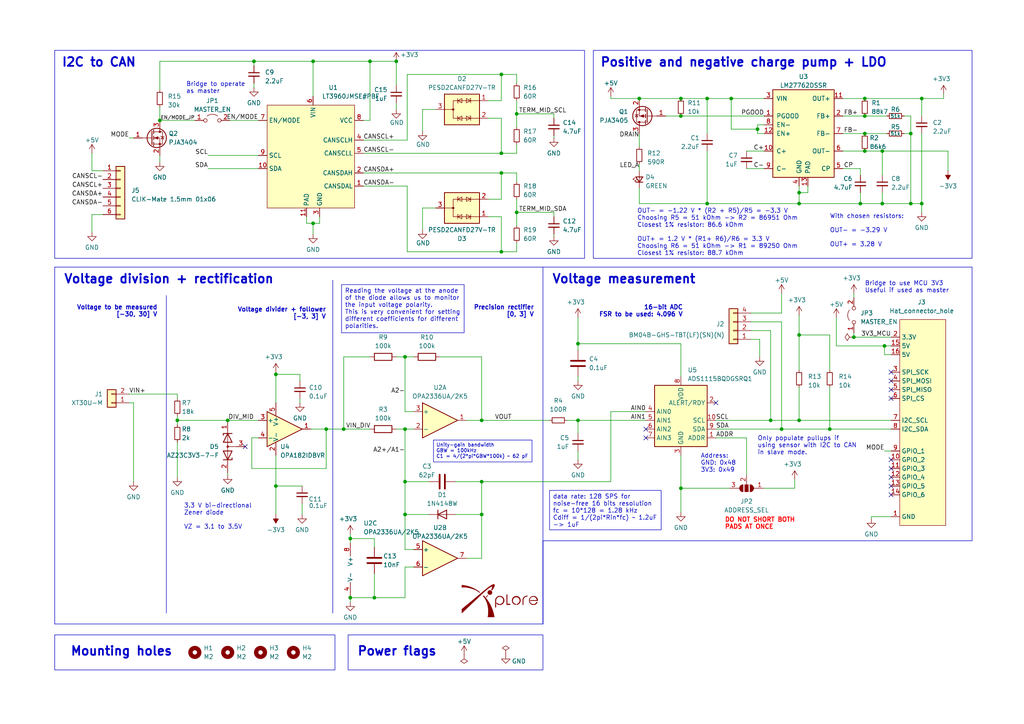
<source format=kicad_sch>
(kicad_sch (version 20230121) (generator eeschema)
  (paper "A4")
  (title_block (title "30 V Voltmeter Hat") (date "2023-07-13") (rev "3") (company "EPFL Xplore") (comment 1 "Nominal input differential voltage: -30 to 30 V") (comment 2 "Absolute maximum ratings: -33 to 33 V") (comment 3 "Theoretical resolution: 0.625 mV") (comment 4 "Author: Vincent Nguyen"))
  (junction (at 231.775 55.88))
  (junction (at 231.775 121.92))
  (junction (at 80.01 108.585))
  (junction (at 255.905 59.055))
  (junction (at 240.665 124.46))
  (junction (at 117.475 139.7))
  (junction (at 226.695 124.46))
  (junction (at 139.7 139.7))
  (junction (at 149.86 61.595))
  (junction (at 250.825 33.655))
  (junction (at 145.415 21.59))
  (junction (at 249.555 59.055))
  (junction (at 250.825 28.575))
  (junction (at 267.335 28.575))
  (junction (at 73.66 17.78))
  (junction (at 117.475 124.46))
  (junction (at 231.775 59.055))
  (junction (at 139.7 149.225))
  (junction (at 90.805 17.78))
  (junction (at 212.09 28.575))
  (junction (at 205.105 59.055))
  (junction (at 145.415 44.45))
  (junction (at 145.415 50.165))
  (junction (at 107.315 17.78))
  (junction (at 250.825 43.815))
  (junction (at 219.71 37.465))
  (junction (at 94.615 124.46))
  (junction (at 66.04 121.92))
  (junction (at 223.52 121.92))
  (junction (at 101.6 156.21))
  (junction (at 247.65 97.79))
  (junction (at 167.64 99.695))
  (junction (at 256.54 100.33))
  (junction (at 197.485 28.575))
  (junction (at 264.16 38.735))
  (junction (at 145.415 73.025))
  (junction (at 267.335 59.055))
  (junction (at 197.485 141.605))
  (junction (at 117.475 149.225))
  (junction (at 46.355 34.925))
  (junction (at 99.695 124.46))
  (junction (at 90.805 64.77))
  (junction (at 205.105 28.575))
  (junction (at 51.435 121.92))
  (junction (at 101.6 173.355))
  (junction (at 185.42 28.575))
  (junction (at 139.7 121.92))
  (junction (at 197.485 33.655))
  (junction (at 117.475 103.505))
  (junction (at 255.905 43.815))
  (junction (at 80.01 140.97))
  (junction (at 114.935 17.78))
  (junction (at 264.16 59.055))
  (junction (at 149.86 33.02))
  (junction (at 167.64 121.92))
  (junction (at 250.825 38.735))
  (junction (at 108.585 173.355))
  (junction (at 231.775 97.155))
  (no_connect (at 258.445 113.03))
  (no_connect (at 258.445 110.49))
  (no_connect (at 258.445 107.95))
  (no_connect (at 258.445 115.57))
  (no_connect (at 258.445 135.89))
  (no_connect (at 258.445 133.35))
  (no_connect (at 258.445 138.43))
  (no_connect (at 258.445 143.51))
  (no_connect (at 258.445 140.97))
  (no_connect (at 187.325 124.46))
  (no_connect (at 207.645 116.84))
  (no_connect (at 71.12 129.54))
  (no_connect (at 187.325 127))
  (wire (pts (xy 197.485 132.08) (xy 197.485 141.605)))
  (wire (pts (xy 249.555 55.88) (xy 249.555 59.055)))
  (wire (pts (xy 135.255 121.92) (xy 139.7 121.92)))
  (wire (pts (xy 122.555 60.325) (xy 126.365 60.325)))
  (wire (pts (xy 231.775 97.155) (xy 231.775 91.44)))
  (wire (pts (xy 80.01 107.95) (xy 80.01 108.585)))
  (wire (pts (xy 240.665 97.155) (xy 231.775 97.155)))
  (wire (pts (xy 101.6 173.355) (xy 101.6 172.72)))
  (wire (pts (xy 216.535 48.895) (xy 221.615 48.895)))
  (wire (pts (xy 107.315 34.925) (xy 105.41 34.925)))
  (wire (pts (xy 80.01 140.97) (xy 80.01 149.225)))
  (wire (pts (xy 99.695 124.46) (xy 107.315 124.46)))
  (wire (pts (xy 220.345 98.425) (xy 217.805 98.425)))
  (wire (pts (xy 117.475 149.225) (xy 117.475 139.7)))
  (wire (pts (xy 108.585 156.21) (xy 101.6 156.21)))
  (wire (pts (xy 51.435 121.92) (xy 66.04 121.92)))
  (wire (pts (xy 258.445 102.87) (xy 256.54 102.87)))
  (wire (pts (xy 247.65 97.79) (xy 258.445 97.79)))
  (wire (pts (xy 230.505 141.605) (xy 221.615 141.605)))
  (wire (pts (xy 205.105 43.815) (xy 205.105 59.055)))
  (wire (pts (xy 250.825 43.815) (xy 255.905 43.815)))
  (wire (pts (xy 149.86 21.59) (xy 145.415 21.59)))
  (wire (pts (xy 122.555 66.675) (xy 122.555 60.325)))
  (wire (pts (xy 247.65 97.79) (xy 247.65 96.52)))
  (wire (pts (xy 114.935 17.78) (xy 114.935 24.765)))
  (wire (pts (xy 107.315 103.505) (xy 99.695 103.505)))
  (wire (pts (xy 177.165 139.7) (xy 139.7 139.7)))
  (wire (pts (xy 139.7 161.925) (xy 139.7 149.225)))
  (wire (pts (xy 250.825 38.735) (xy 257.175 38.735)))
  (wire (pts (xy 117.475 139.7) (xy 124.46 139.7)))
  (wire (pts (xy 167.64 121.92) (xy 187.325 121.92)))
  (wire (pts (xy 234.315 55.88) (xy 231.775 55.88)))
  (wire (pts (xy 141.605 34.29) (xy 145.415 34.29)))
  (wire (pts (xy 139.7 149.225) (xy 132.08 149.225)))
  (wire (pts (xy 149.86 70.485) (xy 149.86 73.025)))
  (wire (pts (xy 255.905 43.815) (xy 274.955 43.815)))
  (wire (pts (xy 264.16 59.055) (xy 255.905 59.055)))
  (wire (pts (xy 117.475 124.46) (xy 117.475 139.7)))
  (wire (pts (xy 139.7 139.7) (xy 132.08 139.7)))
  (wire (pts (xy 231.775 55.88) (xy 231.775 59.055)))
  (wire (pts (xy 114.935 17.78) (xy 107.315 17.78)))
  (wire (pts (xy 252.73 150.495) (xy 252.73 149.86)))
  (wire (pts (xy 231.775 59.055) (xy 249.555 59.055)))
  (wire (pts (xy 74.93 127) (xy 73.025 127)))
  (wire (pts (xy 234.315 53.975) (xy 234.315 55.88)))
  (wire (pts (xy 118.11 21.59) (xy 145.415 21.59)))
  (wire (pts (xy 80.01 108.585) (xy 86.995 108.585)))
  (wire (pts (xy 219.71 37.465) (xy 212.09 37.465)))
  (wire (pts (xy 185.42 54.61) (xy 185.42 59.055)))
  (polyline (pts (xy 15.875 180.975) (xy 157.48 180.975)))
  (wire (pts (xy 205.105 59.055) (xy 231.775 59.055)))
  (wire (pts (xy 117.475 164.465) (xy 120.015 164.465)))
  (wire (pts (xy 249.555 50.8) (xy 249.555 48.895)))
  (polyline (pts (xy 157.48 77.47) (xy 157.48 180.975)))
  (wire (pts (xy 197.485 141.605) (xy 211.455 141.605)))
  (wire (pts (xy 185.42 49.53) (xy 185.42 47.625)))
  (wire (pts (xy 160.655 67.945) (xy 160.655 68.58)))
  (wire (pts (xy 38.735 116.84) (xy 38.735 139.7)))
  (wire (pts (xy 120.015 119.38) (xy 117.475 119.38)))
  (wire (pts (xy 267.335 59.055) (xy 267.335 61.595)))
  (wire (pts (xy 108.585 158.75) (xy 108.585 156.21)))
  (polyline (pts (xy 281.94 77.47) (xy 15.875 77.47)))
  (wire (pts (xy 167.64 109.22) (xy 167.64 110.49)))
  (wire (pts (xy 149.86 29.21) (xy 149.86 33.02)))
  (wire (pts (xy 149.86 57.785) (xy 149.86 61.595)))
  (wire (pts (xy 177.165 119.38) (xy 187.325 119.38)))
  (wire (pts (xy 160.655 39.37) (xy 160.655 40.005)))
  (wire (pts (xy 114.935 124.46) (xy 117.475 124.46)))
  (wire (pts (xy 51.435 114.3) (xy 51.435 115.57)))
  (wire (pts (xy 231.775 121.92) (xy 258.445 121.92)))
  (wire (pts (xy 105.41 50.165) (xy 145.415 50.165)))
  (wire (pts (xy 244.475 38.735) (xy 250.825 38.735)))
  (wire (pts (xy 141.605 29.21) (xy 145.415 29.21)))
  (wire (pts (xy 141.605 62.865) (xy 145.415 62.865)))
  (wire (pts (xy 177.165 119.38) (xy 177.165 139.7)))
  (wire (pts (xy 139.7 121.92) (xy 159.385 121.92)))
  (wire (pts (xy 226.695 124.46) (xy 240.665 124.46)))
  (wire (pts (xy 99.695 103.505) (xy 99.695 124.46)))
  (wire (pts (xy 242.57 100.33) (xy 256.54 100.33)))
  (wire (pts (xy 46.355 17.78) (xy 46.355 26.035)))
  (wire (pts (xy 167.64 99.695) (xy 167.64 101.6)))
  (wire (pts (xy 145.415 57.785) (xy 145.415 50.165)))
  (wire (pts (xy 80.01 132.08) (xy 80.01 140.97)))
  (wire (pts (xy 167.64 130.81) (xy 167.64 133.35)))
  (wire (pts (xy 114.935 103.505) (xy 117.475 103.505)))
  (wire (pts (xy 80.01 140.97) (xy 87.63 140.97)))
  (wire (pts (xy 73.025 127) (xy 73.025 135.89)))
  (wire (pts (xy 90.805 17.78) (xy 90.805 27.94)))
  (wire (pts (xy 207.645 124.46) (xy 226.695 124.46)))
  (wire (pts (xy 185.42 59.055) (xy 205.105 59.055)))
  (wire (pts (xy 94.615 124.46) (xy 94.615 135.89)))
  (wire (pts (xy 101.6 174.625) (xy 101.6 173.355)))
  (wire (pts (xy 223.52 95.885) (xy 223.52 121.92)))
  (wire (pts (xy 226.695 85.09) (xy 226.695 90.805)))
  (wire (pts (xy 197.485 33.655) (xy 221.615 33.655)))
  (wire (pts (xy 274.955 43.815) (xy 274.955 49.53)))
  (wire (pts (xy 262.255 38.735) (xy 264.16 38.735)))
  (wire (pts (xy 255.905 55.88) (xy 255.905 59.055)))
  (wire (pts (xy 26.67 62.23) (xy 29.845 62.23)))
  (wire (pts (xy 149.86 50.165) (xy 145.415 50.165)))
  (wire (pts (xy 141.605 57.785) (xy 145.415 57.785)))
  (wire (pts (xy 231.775 53.975) (xy 231.775 55.88)))
  (polyline (pts (xy 15.875 77.47) (xy 15.875 180.975)))
  (wire (pts (xy 244.475 48.895) (xy 249.555 48.895)))
  (wire (pts (xy 101.6 156.21) (xy 101.6 157.48)))
  (wire (pts (xy 257.175 33.655) (xy 250.825 33.655)))
  (wire (pts (xy 219.71 38.735) (xy 221.615 38.735)))
  (wire (pts (xy 149.86 33.02) (xy 160.655 33.02)))
  (wire (pts (xy 90.805 67.945) (xy 90.805 64.77)))
  (wire (pts (xy 264.16 33.655) (xy 264.16 38.735)))
  (wire (pts (xy 160.655 61.595) (xy 160.655 62.865)))
  (wire (pts (xy 256.54 130.81) (xy 258.445 130.81)))
  (wire (pts (xy 94.615 124.46) (xy 99.695 124.46)))
  (wire (pts (xy 226.695 93.345) (xy 226.695 124.46)))
  (wire (pts (xy 117.475 173.355) (xy 117.475 164.465)))
  (wire (pts (xy 149.86 73.025) (xy 145.415 73.025)))
  (wire (pts (xy 90.17 124.46) (xy 94.615 124.46)))
  (wire (pts (xy 240.665 112.395) (xy 240.665 124.46)))
  (wire (pts (xy 231.775 107.315) (xy 231.775 97.155)))
  (wire (pts (xy 73.66 17.78) (xy 46.355 17.78)))
  (wire (pts (xy 73.66 17.78) (xy 90.805 17.78)))
  (wire (pts (xy 216.535 137.795) (xy 216.535 127)))
  (wire (pts (xy 244.475 33.655) (xy 250.825 33.655)))
  (wire (pts (xy 220.345 103.505) (xy 220.345 98.425)))
  (wire (pts (xy 101.6 173.355) (xy 108.585 173.355)))
  (wire (pts (xy 267.335 28.575) (xy 267.335 33.655)))
  (polyline (pts (xy 157.48 156.845) (xy 281.94 156.845)))
  (wire (pts (xy 46.355 34.925) (xy 56.515 34.925)))
  (wire (pts (xy 105.41 40.64) (xy 118.11 40.64)))
  (wire (pts (xy 66.04 121.92) (xy 74.93 121.92)))
  (wire (pts (xy 117.475 124.46) (xy 120.015 124.46)))
  (wire (pts (xy 219.71 36.195) (xy 221.615 36.195)))
  (wire (pts (xy 231.775 112.395) (xy 231.775 121.92)))
  (wire (pts (xy 105.41 44.45) (xy 145.415 44.45)))
  (wire (pts (xy 60.325 48.895) (xy 74.93 48.895)))
  (wire (pts (xy 101.6 154.94) (xy 101.6 156.21)))
  (wire (pts (xy 135.255 161.925) (xy 139.7 161.925)))
  (wire (pts (xy 255.905 43.815) (xy 255.905 50.8)))
  (wire (pts (xy 118.11 40.64) (xy 118.11 21.59)))
  (wire (pts (xy 86.995 108.585) (xy 86.995 110.49)))
  (wire (pts (xy 149.86 44.45) (xy 145.415 44.45)))
  (wire (pts (xy 26.67 67.31) (xy 26.67 62.23)))
  (wire (pts (xy 108.585 173.355) (xy 117.475 173.355)))
  (wire (pts (xy 264.16 38.735) (xy 264.16 59.055)))
  (wire (pts (xy 90.805 64.77) (xy 88.9 64.77)))
  (wire (pts (xy 51.435 121.92) (xy 51.435 120.65)))
  (wire (pts (xy 255.905 59.055) (xy 249.555 59.055)))
  (wire (pts (xy 247.65 85.09) (xy 247.65 86.36)))
  (wire (pts (xy 120.015 159.385) (xy 117.475 159.385)))
  (wire (pts (xy 167.64 99.695) (xy 197.485 99.695)))
  (wire (pts (xy 90.805 64.77) (xy 92.71 64.77)))
  (wire (pts (xy 86.995 116.84) (xy 86.995 115.57)))
  (polyline (pts (xy 48.26 85.725) (xy 48.26 177.8)))
  (wire (pts (xy 139.7 149.225) (xy 139.7 139.7)))
  (wire (pts (xy 26.67 44.45) (xy 26.67 49.53)))
  (wire (pts (xy 145.415 34.29) (xy 145.415 44.45)))
  (wire (pts (xy 177.165 27.94) (xy 177.165 28.575)))
  (wire (pts (xy 244.475 28.575) (xy 250.825 28.575)))
  (wire (pts (xy 256.54 100.33) (xy 258.445 100.33)))
  (wire (pts (xy 267.335 28.575) (xy 273.685 28.575)))
  (wire (pts (xy 118.11 73.025) (xy 118.11 53.975)))
  (wire (pts (xy 205.105 28.575) (xy 205.105 38.735)))
  (wire (pts (xy 262.255 33.655) (xy 264.16 33.655)))
  (wire (pts (xy 177.165 28.575) (xy 185.42 28.575)))
  (wire (pts (xy 267.335 38.735) (xy 267.335 59.055)))
  (wire (pts (xy 51.435 121.92) (xy 51.435 123.19)))
  (wire (pts (xy 185.42 38.735) (xy 185.42 42.545)))
  (wire (pts (xy 73.025 135.89) (xy 94.615 135.89)))
  (wire (pts (xy 60.325 45.085) (xy 74.93 45.085)))
  (wire (pts (xy 117.475 159.385) (xy 117.475 149.225)))
  (wire (pts (xy 167.64 121.92) (xy 167.64 125.73)))
  (wire (pts (xy 252.73 149.86) (xy 258.445 149.86)))
  (wire (pts (xy 88.9 64.77) (xy 88.9 62.865)))
  (wire (pts (xy 46.355 34.925) (xy 46.355 31.115)))
  (wire (pts (xy 87.63 146.05) (xy 87.63 149.225)))
  (wire (pts (xy 149.86 41.91) (xy 149.86 44.45)))
  (wire (pts (xy 207.645 127) (xy 216.535 127)))
  (wire (pts (xy 127.635 103.505) (xy 139.7 103.505)))
  (wire (pts (xy 66.675 34.925) (xy 74.93 34.925)))
  (wire (pts (xy 122.555 31.75) (xy 126.365 31.75)))
  (wire (pts (xy 197.485 99.695) (xy 197.485 109.22)))
  (wire (pts (xy 107.315 34.925) (xy 107.315 17.78)))
  (wire (pts (xy 167.64 92.075) (xy 167.64 99.695)))
  (wire (pts (xy 149.86 61.595) (xy 149.86 65.405)))
  (wire (pts (xy 66.04 137.795) (xy 66.04 137.16)))
  (wire (pts (xy 217.805 95.885) (xy 223.52 95.885)))
  (wire (pts (xy 37.465 40.005) (xy 38.735 40.005)))
  (wire (pts (xy 230.505 139.065) (xy 230.505 141.605)))
  (wire (pts (xy 216.535 43.815) (xy 221.615 43.815)))
  (wire (pts (xy 108.585 173.355) (xy 108.585 166.37)))
  (wire (pts (xy 240.665 124.46) (xy 258.445 124.46)))
  (wire (pts (xy 90.805 17.78) (xy 107.315 17.78)))
  (wire (pts (xy 92.71 62.865) (xy 92.71 64.77)))
  (wire (pts (xy 37.465 114.3) (xy 51.435 114.3)))
  (polyline (pts (xy 157.48 180.975) (xy 157.48 156.845)))
  (wire (pts (xy 250.825 28.575) (xy 267.335 28.575)))
  (wire (pts (xy 114.935 31.75) (xy 114.935 29.845)))
  (wire (pts (xy 223.52 121.92) (xy 231.775 121.92)))
  (wire (pts (xy 139.7 103.505) (xy 139.7 121.92)))
  (wire (pts (xy 217.805 93.345) (xy 226.695 93.345)))
  (wire (pts (xy 264.16 59.055) (xy 267.335 59.055)))
  (wire (pts (xy 149.86 52.705) (xy 149.86 50.165)))
  (wire (pts (xy 212.09 28.575) (xy 221.615 28.575)))
  (wire (pts (xy 122.555 38.1) (xy 122.555 31.75)))
  (wire (pts (xy 80.01 108.585) (xy 80.01 116.84)))
  (wire (pts (xy 149.86 24.13) (xy 149.86 21.59)))
  (wire (pts (xy 118.11 53.975) (xy 105.41 53.975)))
  (wire (pts (xy 51.435 128.27) (xy 51.435 138.43)))
  (wire (pts (xy 240.665 107.315) (xy 240.665 97.155)))
  (wire (pts (xy 117.475 103.505) (xy 117.475 119.38)))
  (wire (pts (xy 207.645 121.92) (xy 223.52 121.92)))
  (wire (pts (xy 26.67 49.53) (xy 29.845 49.53)))
  (wire (pts (xy 256.54 102.87) (xy 256.54 100.33)))
  (wire (pts (xy 73.66 19.05) (xy 73.66 17.78)))
  (wire (pts (xy 244.475 43.815) (xy 250.825 43.815)))
  (wire (pts (xy 242.57 92.075) (xy 242.57 100.33)))
  (wire (pts (xy 197.485 28.575) (xy 205.105 28.575)))
  (wire (pts (xy 117.475 149.225) (xy 124.46 149.225)))
  (wire (pts (xy 185.42 28.575) (xy 197.485 28.575)))
  (wire (pts (xy 219.71 36.195) (xy 219.71 37.465)))
  (wire (pts (xy 149.86 33.02) (xy 149.86 36.83)))
  (wire (pts (xy 197.485 141.605) (xy 197.485 148.59)))
  (wire (pts (xy 205.105 28.575) (xy 212.09 28.575)))
  (wire (pts (xy 46.355 46.99) (xy 46.355 45.085)))
  (polyline (pts (xy 96.52 81.28) (xy 96.52 177.8)))
  (wire (pts (xy 164.465 121.92) (xy 167.64 121.92)))
  (wire (pts (xy 38.735 116.84) (xy 37.465 116.84)))
  (wire (pts (xy 145.415 29.21) (xy 145.415 21.59)))
  (wire (pts (xy 273.685 28.575) (xy 273.685 27.305)))
  (wire (pts (xy 219.71 37.465) (xy 219.71 38.735)))
  (wire (pts (xy 73.66 25.4) (xy 73.66 24.13)))
  (wire (pts (xy 145.415 73.025) (xy 118.11 73.025)))
  (wire (pts (xy 145.415 62.865) (xy 145.415 73.025)))
  (wire (pts (xy 193.04 33.655) (xy 197.485 33.655)))
  (wire (pts (xy 160.655 33.02) (xy 160.655 34.29)))
  (wire (pts (xy 226.695 90.805) (xy 217.805 90.805)))
  (wire (pts (xy 212.09 37.465) (xy 212.09 28.575)))
  (wire (pts (xy 117.475 103.505) (xy 120.015 103.505)))
  (polyline (pts (xy 281.94 156.845) (xy 281.94 77.47)))
  (wire (pts (xy 149.86 61.595) (xy 160.655 61.595)))
  (rectangle (start 15.875 184.15) (end 97.155 194.31))
  (rectangle (start 100.965 184.15) (end 157.48 194.31))
  (rectangle (start 15.875 14.605) (end 169.545 74.93))
  (rectangle (start 172.085 14.605) (end 281.94 74.93))
  (text_box "Unity-gain bandwidth \nGBW = 100kHz\nC1 = 4/(2*pi*GBW*100k) ~ 62 pF" (at 125.73 127.635 0) (size 28.575 6.35) (effects (font (size 1.016 1.016)) (justify left top)))
  (text_box "Reading the voltage at the anode of the diode allows us to monitor the input voltage polarity.\nThis is very convenient for setting different coefficients for different polarities." (at 99.06 82.55 0) (size 35.56 13.97) (effects (font (size 1.27 1.27)) (justify left top)))
  (text_box "data rate: 128 SPS for noise-free 16 bits resolution\nfc = 10*128 = 1.28 kHz\nCdiff = 1/(2pi*Rin*fc) ~ 1.2uF -> 1uF " (at 159.385 142.24 0) (size 32.385 11.43) (effects (font (size 1.27 1.27)) (justify left top)))
  (text "Voltage divider + follower\n[-3, 3] V" (at 94.615 92.71 0) (effects (font (size 1.27 1.27) (thickness 0.254) bold) (justify right bottom)))
  (text "16-bit ADC\nFSR to be used: 4.096 V" (at 198.12 92.075 0) (effects (font (size 1.27 1.27) (thickness 0.254) bold) (justify right bottom)))
  (text "I2C to CAN" (at 17.78 19.685 0) (effects (font (size 2.54 2.54) (thickness 0.508) bold) (justify left bottom)))
  (text "DO NOT SHORT BOTH \nPADS AT ONCE" (at 210.185 153.67 0) (effects (font (size 1.27 1.27) (thickness 0.254) bold) (justify left bottom)))
  (text "Voltage measurement" (at 160.02 82.55 0) (effects (font (size 2.54 2.54) (thickness 0.508) bold) (justify left bottom)))
  (text "Address:\nGND: 0x48\n3V3: 0x49" (at 203.2 137.16 0) (effects (font (size 1.27 1.27)) (justify left bottom)))
  (text "Voltage to be measured\n[-30, 30] V" (at 45.72 92.075 0) (effects (font (size 1.27 1.27) (thickness 0.254) bold) (justify right bottom)))
  (text "With chosen resistors:\n\nOUT- = -3.29 V\n\nOUT+ = 3.28 V\n" (at 240.665 71.755 0) (effects (font (size 1.27 1.27)) (justify left bottom)))
  (text "Precision rectifier\n[0, 3] V" (at 154.94 92.075 0) (effects (font (size 1.27 1.27) (thickness 0.254) bold) (justify right bottom)))
  (text "Bridge to use MCU 3V3\nUseful if used as master" (at 250.825 85.09 0) (effects (font (size 1.27 1.27)) (justify left bottom)))
  (text "Mounting holes" (at 20.32 190.5 0) (effects (font (size 2.54 2.54) (thickness 0.508) bold) (justify left bottom)))
  (text "3.3 V bi-directional \nZener diode\n\nVZ = 3.1 to 3.5V" (at 53.34 153.67 0) (effects (font (size 1.27 1.27)) (justify left bottom)))
  (text "Positive and negative charge pump + LDO" (at 173.99 19.685 0) (effects (font (size 2.54 2.54) (thickness 0.508) bold) (justify left bottom)))
  (text "Power flags" (at 103.505 190.5 0) (effects (font (size 2.54 2.54) (thickness 0.508) bold) (justify left bottom)))
  (text "OUT- = -1.22 V * (R2 + R5)/R5 = -3.3 V\nChoosing R5 = 51 kOhm -> R2 = 86951 Ohm\nClosest 1% resistor: 86.6 kOhm\n\nOUT+ = 1.2 V * (R1+ R6)/R6 = 3.3 V\nChoosing R6 = 51 kOhm -> R1 = 89250 Ohm\nClosest 1% resistor: 88.7 kOhm\n" (at 184.785 74.295 0) (effects (font (size 1.27 1.27)) (justify left bottom)))
  (text "Voltage division + rectification" (at 18.415 82.55 0) (effects (font (size 2.54 2.54) (thickness 0.508) bold) (justify left bottom)))
  (text "Bridge to operate \nas master" (at 53.975 27.305 0) (effects (font (size 1.27 1.27)) (justify left bottom)))
  (text "Only populate pullups if \nusing sensor with I2C to CAN \nin slave mode." (at 219.71 132.08 0) (effects (font (size 1.27 1.27)) (justify left bottom)))
  (label "TERM_MID_SCL" (at 150.495 33.02 0))
  (label "CANSCL-" (at 105.41 44.45 0))
  (label "FB+" (at 244.729 33.655 0))
  (label "FB-" (at 244.729 38.735 0))
  (label "DIV_MID" (at 73.66 121.92 180))
  (label "SDA" (at 207.645 124.46 0))
  (label "CANSDA+" (at 29.845 57.15 180))
  (label "MODE" (at 37.465 40.005 180))
  (label "VOUT" (at 143.51 121.92 0))
  (label "AIN0" (at 187.325 119.38 180))
  (label "MODE" (at 256.54 130.81 180))
  (label "CANSDA-" (at 29.845 59.69 180))
  (label "VIN+" (at 37.465 114.3 0))
  (label "EN{slash}MODE_JP" (at 56.515 34.925 180) (effects (font (size 1.016 1.016))))
  (label "CP" (at 244.729 48.895 0))
  (label "EN{slash}MODE" (at 74.93 34.925 180))
  (label "VIN_DIV" (at 100.33 124.46 0))
  (label "PGOOD" (at 221.615 33.655 180))
  (label "C-" (at 221.615 48.895 180))
  (label "A2+{slash}A1-" (at 117.475 131.445 180))
  (label "CANSCL+" (at 105.41 40.64 0))
  (label "LED_A" (at 185.42 48.895 180))
  (label "C+" (at 221.615 43.815 180))
  (label "ADDR" (at 207.645 127 0))
  (label "A2-" (at 117.475 114.3 180))
  (label "3V3_MCU" (at 258.445 97.79 180))
  (label "CANSCL-" (at 29.845 52.07 180))
  (label "TERM_MID_SDA" (at 150.495 61.595 0))
  (label "SCL" (at 60.325 45.085 180))
  (label "CANSCL+" (at 29.845 54.61 180))
  (label "CANSDA+" (at 105.41 50.165 0))
  (label "DRAIN" (at 185.42 40.005 180))
  (label "AIN1" (at 187.325 121.92 180))
  (label "CANSDA-" (at 105.41 53.975 0))
  (label "SDA" (at 60.325 48.895 180))
  (label "SCL" (at 207.645 121.92 0))
  (symbol (lib_id "0_transistor:PJA3404") (at 43.815 40.005 0) (unit 1)
    (property "Reference" "Q2" (at 48.895 38.735 0) (effects (justify left)))
    (property "Value" "PJA3404" (at 48.895 41.275 0) (effects (justify left)))
    (property "Footprint" "Package_TO_SOT_SMD:SOT-23" (effects hide))
    (property "Datasheet" "https://www.panjit.com.tw/upload/datasheet/PJA3404A.pdf" (effects hide))
    (property "Manufacturer ref" "PJA3404_R1_00001" (effects hide))
    (property "Mouser ref" "241-PJA3404_R1_00001" (effects hide))
  )
  (symbol (lib_id "Mechanical:MountingHole") (at 75.565 189.23 0) (unit 1) (in_bom no)
    (property "Reference" "H3" (at 78.105 187.9599 0) (effects (justify left)))
    (property "Value" "M2" (at 78.105 190.4999 0) (effects (justify left)))
    (property "Footprint" "MountingHole:MountingHole_2.2mm_M2" (effects hide))
  )
  (symbol (lib_id "power:+3V3") (at 101.6 154.94 0) (unit 1)
    (property "Reference" "#PWR019" (effects hide))
    (property "Value" "+3V3" (at 100.965 150.495 0))
  )
  (symbol (lib_id "Device:D_Zener_Dual_CommonAnode_KKA") (at 66.04 129.54 90) (mirror x) (unit 1)
    (property "Reference" "D5" (at 63.5 129.54 90) (effects (justify left)))
    (property "Value" "AZ23C3V3-7-F" (at 63.5 132.08 90) (effects (justify left)))
    (property "Footprint" "Package_TO_SOT_SMD:SOT-23" (effects hide))
    (property "Datasheet" "https://www.mouser.ch/datasheet/2/115/DIOD_S_A0005424665_1-2542537.pdf" (effects hide))
    (property "Manufacturer ref" "AZ23C3V3-7-F" (effects hide))
    (property "Mouser ref" "621-AZ23C3V3-7-F" (effects hide))
  )
  (symbol (lib_id "Device:R_Small") (at 46.355 28.575 0) (unit 1)
    (property "Reference" "R15" (at 48.641 27.94 0) (effects (justify left)))
    (property "Value" "30k" (at 48.641 30.48 0) (effects (justify left)))
    (property "Footprint" "Resistor_SMD:R_0603_1608Metric" (effects hide))
    (property "Datasheet" "https://www.mouser.ch/datasheet/2/447/PYu_AC_51_RoHS_L_9-3005297.pdf" (effects hide))
    (property "Mouser ref" "603-AC0603FR-1030KL" (effects hide))
    (property "Manufacturer ref" "AC0603FR-1030KL" (effects hide))
  )
  (symbol (lib_id "power:GND") (at 86.995 116.84 0) (unit 1)
    (property "Reference" "#PWR031" (effects hide))
    (property "Value" "GND" (at 86.995 121.285 0))
  )
  (symbol (lib_id "Jumper:Jumper_2_Open") (at 61.595 34.925 0) (unit 1) (in_bom no)
    (property "Reference" "JP1" (at 61.595 29.21 0))
    (property "Value" "MASTER_EN" (at 61.595 31.75 0))
    (property "Footprint" "Jumper:SolderJumper-2_P1.3mm_Open_RoundedPad1.0x1.5mm" (effects hide))
  )
  (symbol (lib_id "Device:C_Small") (at 114.935 27.305 0) (mirror y) (unit 1)
    (property "Reference" "C15" (at 112.395 26.035 0) (effects (justify left)))
    (property "Value" "1uF" (at 112.395 28.575 0) (effects (justify left)))
    (property "Footprint" "Capacitor_SMD:C_0402_1005Metric" (effects hide))
    (property "Datasheet" "https://www.mouser.ch/datasheet/2/281/1/GRM155Z71A105KE01_01A-1984538.pdf" (effects hide))
    (property "Mouser ref" "81-GRM155Z71A105KE1J" (effects hide))
    (property "Manufacturer ref" "GRM155Z71A105KE01J" (effects hide))
  )
  (symbol (lib_id "Device:R_Small") (at 231.775 109.855 0) (unit 1)
    (property "Reference" "R13" (at 234.315 109.22 0) (effects (justify left)))
    (property "Value" "10k" (at 234.315 111.76 0) (effects (justify left)))
    (property "Footprint" "Resistor_SMD:R_0603_1608Metric" (effects hide))
    (property "Datasheet" "https://www.mouser.ch/datasheet/2/385/SEI_rncp-3077653.pdf" (effects hide))
    (property "Mouser ref" "708-RNCP0603FTD10K0" (effects hide))
    (property "Manufacturer ref" "RNCP0603FTD10K0" (effects hide))
  )
  (symbol (lib_id "Device:C_Small") (at 205.105 41.275 0) (unit 1)
    (property "Reference" "C1" (at 202.946 40.005 0) (effects (justify right)))
    (property "Value" "2.2uF" (at 202.946 42.545 0) (effects (justify right)))
    (property "Footprint" "Capacitor_SMD:C_0402_1005Metric" (effects hide))
    (property "Datasheet" "https://www.mouser.ch/datasheet/2/281/1/GRM155Z71A225KE44_01A-1984599.pdf" (effects hide))
    (property "Mouser ref" "81-GRM155Z71A225KE4D" (effects hide))
    (property "Manufacturer ref" "GRM155Z71A225KE44D" (effects hide))
  )
  (symbol (lib_id "Device:R_Small") (at 51.435 118.11 0) (unit 1)
    (property "Reference" "R7" (at 52.705 116.84 0) (effects (justify left)))
    (property "Value" "18k" (at 52.705 119.38 0) (effects (justify left)))
    (property "Footprint" "Resistor_SMD:R_0603_1608Metric" (effects hide))
    (property "Datasheet" "https://www.mouser.ch/datasheet/2/392/n_catalog_partition01_en-1140338.pdf" (effects hide))
    (property "Mouser ref" "754-RG1608N-183-WT1" (effects hide))
    (property "Manufacturer ref" "RG1608N-183-W-T1" (effects hide))
  )
  (symbol (lib_id "Connector_Generic:Conn_01x02") (at 32.385 116.84 180) (unit 1)
    (property "Reference" "J1" (at 29.845 114.3 0) (effects (justify left)))
    (property "Value" "XT30U-M" (at 29.845 116.84 0) (effects (justify left)))
    (property "Footprint" "Connector_AMASS:AMASS_XT30U-M_1x02_P5.0mm_Vertical" (effects hide))
    (property "Datasheet" "https://www.tme.eu/Document/7d9d972ae3468777f69ec2ee99897652/XT30U-M.pdf" (effects hide))
    (property "Manufacturer ref" "XT30U-M" (effects hide))
    (property "TME ref" "XT30U-M" (effects hide))
  )
  (symbol (lib_id "power:GND") (at 252.73 150.495 0) (unit 1)
    (property "Reference" "#PWR022" (effects hide))
    (property "Value" "GND" (at 252.73 154.94 0))
  )
  (symbol (lib_id "power:+3V3") (at 80.01 107.95 0) (unit 1)
    (property "Reference" "#PWR013" (effects hide))
    (property "Value" "+3V3" (at 79.375 103.505 0))
  )
  (symbol (lib_id "power:+3V3") (at 247.65 85.09 0) (unit 1)
    (property "Reference" "#PWR03" (effects hide))
    (property "Value" "+3V3" (at 247.015 80.645 0))
  )
  (symbol (lib_id "Device:C_Small") (at 86.995 113.03 0) (unit 1)
    (property "Reference" "C10" (at 89.5747 112.4013 0) (effects (justify left)))
    (property "Value" "0.1uF" (at 89.5747 114.9413 0) (effects (justify left)))
    (property "Footprint" "Capacitor_SMD:C_0603_1608Metric" (effects hide))
    (property "Datasheet" "https://www.mouser.ch/datasheet/2/40/KGM_X7R-3223212.pdf" (effects hide))
    (property "Mouser ref" "581-06035C104JAT2A" (effects hide))
    (property "Manufacturer ref" "06035C104JAT2A" (effects hide))
  )
  (symbol (lib_id "power:+3V3") (at 231.775 91.44 0) (unit 1)
    (property "Reference" "#PWR01" (effects hide))
    (property "Value" "+3V3" (at 231.14 86.995 0))
  )
  (symbol (lib_id "Device:R_Small") (at 51.435 125.73 0) (unit 1)
    (property "Reference" "R8" (at 52.705 124.46 0) (effects (justify left)))
    (property "Value" "2k" (at 52.705 127 0) (effects (justify left)))
    (property "Footprint" "Resistor_SMD:R_0603_1608Metric" (effects hide))
    (property "Datasheet" "https://www.mouser.ch/datasheet/2/315/AOA0000C307-1149632.pdf" (effects hide))
    (property "Mouser ref" "667-ERA-3ARW202V" (effects hide))
    (property "Manufacturer ref" "ERA-3ARW202V" (effects hide))
  )
  (symbol (lib_id "Diode:1N4148W") (at 128.27 149.225 0) (unit 1)
    (property "Reference" "D1" (at 128.27 143.51 0))
    (property "Value" "1N4148W" (at 128.27 146.05 0))
    (property "Footprint" "Diode_SMD:D_SOD-123" (effects hide))
    (property "Datasheet" "https://www.mouser.ch/datasheet/2/849/1n4148w-2839814.pdf" (effects hide))
    (property "Manufacturer ref" "1N4148W" (effects hide))
    (property "Mouser ref" "637-1N4148W" (effects hide))
  )
  (symbol (lib_id "0_amplifier_operational:OPA2336") (at 104.14 165.1 0) (unit 3)
    (property "Reference" "U2" (at 105.41 151.765 0) (effects (justify left)))
    (property "Value" "OPA2336UA/2K5" (at 105.41 154.305 0) (effects (justify left)))
    (property "Footprint" "Package_SO:SOIC-8_3.9x4.9mm_P1.27mm" (effects hide))
    (property "Datasheet" "https://www.ti.com/lit/ds/sbos068c/sbos068c.pdf" (effects hide))
    (property "Mouser ref" "595-OPA2336UA/2K5" (effects hide))
    (property "Manufacturer ref" "OPA2336UA/2K5" (effects hide))
  )
  (symbol (lib_id "Device:R") (at 123.825 103.505 90) (unit 1)
    (property "Reference" "R10" (at 123.825 97.79 90))
    (property "Value" "100k" (at 123.825 100.33 90))
    (property "Footprint" "Resistor_SMD:R_0603_1608Metric" (effects hide))
    (property "Datasheet" "https://www.mouser.ch/datasheet/2/315/AOA0000C307-1149632.pdf" (effects hide))
    (property "Manufacturer ref" "ERA-3ARW104V" (effects hide))
    (property "Mouser ref" "667-ERA-3ARW104V" (effects hide))
  )
  (symbol (lib_id "power:+3V3") (at 230.505 139.065 0) (unit 1)
    (property "Reference" "#PWR04" (effects hide))
    (property "Value" "+3V3" (at 229.87 134.62 0))
  )
  (symbol (lib_id "power:+5V") (at 26.67 44.45 0) (unit 1)
    (property "Reference" "#PWR028" (effects hide))
    (property "Value" "+5V" (at 26.67 40.64 0))
  )
  (symbol (lib_id "Device:R_Small") (at 149.86 26.67 0) (unit 1)
    (property "Reference" "R16" (at 151.765 25.3999 0) (effects (justify left)))
    (property "Value" "60R" (at 151.765 27.9399 0) (effects (justify left)))
    (property "Footprint" "Resistor_SMD:R_0603_1608Metric" (effects hide))
    (property "Datasheet" "https://www.vishay.com/docs/20043/crcwhpe3.pdf" (effects hide))
    (property "Manufacturer ref" "CRCW060360R4FKEAHP" (effects hide))
    (property "Mouser ref" "71-CRCW060360R4FKEAH" (effects hide))
  )
  (symbol (lib_id "power:GND") (at 114.935 31.75 0) (unit 1)
    (property "Reference" "#PWR011" (effects hide))
    (property "Value" "GND" (at 113.03 35.56 0) (effects (justify left)))
  )
  (symbol (lib_id "Device:R_Small") (at 259.715 33.655 90) (unit 1)
    (property "Reference" "R6" (at 259.715 31.75 90))
    (property "Value" "51k" (at 259.715 33.655 90) (effects (font (size 1.016 1.016))))
    (property "Footprint" "Resistor_SMD:R_0402_1005Metric" (effects hide))
    (property "Datasheet" "https://www.mouser.ch/datasheet/2/447/PYu_RT_1_to_0_01_RoHS_L_12-3003070.pdf" (effects hide))
    (property "Mouser ref" "603-RT0402FRE0751KL" (effects hide))
    (property "Manufacturer ref" "RT0402FRE0751KL" (effects hide))
  )
  (symbol (lib_id "0_connectors:Hat_connector_hole") (at 267.335 127 0) (unit 1)
    (property "Reference" "J3" (at 267.335 87.63 0))
    (property "Value" "Hat_connector_hole" (at 267.335 90.17 0))
    (property "Footprint" "0_connectors:Hat_connector_hole" (effects hide))
  )
  (symbol (lib_id "Device:R_Small") (at 161.925 121.92 90) (unit 1)
    (property "Reference" "R4" (at 161.925 116.205 90))
    (property "Value" "100R" (at 161.925 118.745 90))
    (property "Footprint" "Resistor_SMD:R_0603_1608Metric" (effects hide))
    (property "Datasheet" "https://www.mouser.ch/datasheet/2/385/SEI_RMCF_RMCP-3077565.pdf" (effects hide))
    (property "Mouser ref" "708-RMCF0603FT100R" (effects hide))
    (property "Manufacturer ref" "RMCF0603FT100R" (effects hide))
  )
  (symbol (lib_id "power:+5V") (at 242.57 92.075 0) (unit 1)
    (property "Reference" "#PWR0108" (effects hide))
    (property "Value" "+5V" (at 242.57 88.265 0))
  )
  (symbol (lib_id "Connector_Generic:Conn_01x04") (at 212.725 95.885 180) (unit 1)
    (property "Reference" "J2" (at 208.915 93.98 0))
    (property "Value" "BM04B-GHS-TBT(LF)(SN)(N)" (at 210.185 97.155 0) (effects (justify left)))
    (property "Footprint" "Connector_JST:JST_GH_BM04B-GHS-TBT_1x04-1MP_P1.25mm_Vertical" (effects hide))
    (property "Datasheet" "https://www.jst-mfg.com/product/pdf/eng/eGH.pdf" (effects hide))
    (property "Digikey ref" "455-1580-1-ND" (effects hide))
    (property "Manufacturer ref" "BM04B-GHS-TBT(LF)(SN)(N)" (effects hide))
  )
  (symbol (lib_name "GND_2") (lib_id "power:GND") (at 38.735 139.7 0) (unit 1)
    (property "Reference" "#PWR034" (effects hide))
    (property "Value" "GND" (at 38.735 144.145 0))
  )
  (symbol (lib_id "power:GND") (at 160.655 68.58 0) (unit 1)
    (property "Reference" "#PWR025" (effects hide))
    (property "Value" "GND" (at 160.655 73.025 0))
  )
  (symbol (lib_id "power:GND") (at 167.64 110.49 0) (unit 1)
    (property "Reference" "#PWR012" (effects hide))
    (property "Value" "GND" (at 167.64 114.935 0))
  )
  (symbol (lib_id "0_amplifier_operational:OPA2336") (at 127.635 161.925 0) (unit 2)
    (property "Reference" "U2" (at 127.635 153.035 0))
    (property "Value" "OPA2336UA/2K5" (at 127.635 155.575 0))
    (property "Footprint" "Package_SO:SOIC-8_3.9x4.9mm_P1.27mm" (effects hide))
    (property "Datasheet" "https://www.ti.com/lit/ds/sbos068c/sbos068c.pdf" (effects hide))
    (property "Mouser ref" "595-OPA2336UA/2K5" (effects hide))
    (property "Manufacturer ref" "OPA2336UA/2K5" (effects hide))
  )
  (symbol (lib_id "power:GND") (at 26.67 67.31 0) (unit 1)
    (property "Reference" "#PWR027" (effects hide))
    (property "Value" "GND" (at 26.67 71.755 0))
  )
  (symbol (lib_id "Device:C_Small") (at 167.64 128.27 0) (mirror y) (unit 1)
    (property "Reference" "C5" (at 165.1 127 0) (effects (justify left)))
    (property "Value" "1uF" (at 165.1 129.54 0) (effects (justify left)))
    (property "Footprint" "Capacitor_SMD:C_0402_1005Metric" (effects hide))
    (property "Datasheet" "https://www.mouser.ch/datasheet/2/281/1/GRM155Z71A105KE01_01A-1984538.pdf" (effects hide))
    (property "Mouser ref" "81-GRM155Z71A105KE1J" (effects hide))
    (property "Manufacturer ref" "GRM155Z71A105KE01J" (effects hide))
  )
  (symbol (lib_id "Device:C") (at 108.585 162.56 0) (unit 1)
    (property "Reference" "C13" (at 111.125 161.29 0) (effects (justify left)))
    (property "Value" "10nF" (at 111.125 163.83 0) (effects (justify left)))
    (property "Footprint" "Capacitor_SMD:C_0603_1608Metric" (effects hide))
    (property "Datasheet" "https://www.mouser.ch/datasheet/2/212/1/KEM_C1014_X7R_FE_CAP_SMD-1102761.pdf" (effects hide))
    (property "Mouser ref" "80-C0603S103K5R" (effects hide))
    (property "Manufacturer ref" "C0603S103K5RACTU" (effects hide))
  )
  (symbol (lib_id "Device:LED_Small") (at 185.42 52.07 90) (unit 1)
    (property "Reference" "D4" (at 187.198 51.3715 90) (effects (justify right)))
    (property "Value" "GREEN" (at 187.198 53.9115 90) (effects (justify right)))
    (property "Footprint" "LED_SMD:LED_0603_1608Metric" (effects hide))
    (property "Datasheet" "https://www.mouser.ch/datasheet/2/50/SM0603GC-3001655.pdf" (effects hide))
    (property "Mouser ref" "749-SM0603GC" (effects hide))
    (property "Manufacturer ref" "SM0603GC" (effects hide))
  )
  (symbol (lib_id "power:GND") (at 87.63 149.225 0) (unit 1)
    (property "Reference" "#PWR030" (effects hide))
    (property "Value" "GND" (at 87.63 153.67 0))
  )
  (symbol (lib_name "PESD2CANFD27V-TR_1") (lib_id "0_power_protection:PESD2CANFD27V-TR") (at 134.62 31.75 270) (mirror x) (unit 1)
    (property "Reference" "D2" (at 133.985 22.86 90))
    (property "Value" "PESD2CANFD27V-TR" (at 133.985 25.4 90))
    (property "Footprint" "Package_TO_SOT_SMD:SOT-23" (effects hide))
    (property "Datasheet" "https://www.mouser.ch/datasheet/2/916/PESD2CANFD27V_T-2585511.pdf" (effects hide))
    (property "Manufacturer ref" "PESD2CANFD27V-TR" (effects hide))
    (property "Mouser ref" "771-PESD2CANFD27V-TR" (effects hide))
  )
  (symbol (lib_id "Connector_Generic:Conn_01x06") (at 34.925 54.61 0) (unit 1)
    (property "Reference" "J5" (at 38.1 55.245 0) (effects (justify left)))
    (property "Value" "CLIK-Mate 1.5mm 01x06" (at 38.1 57.785 0) (effects (justify left)))
    (property "Footprint" "Connector_Molex:Molex_CLIK-Mate_505405-0670_1x06-1MP_P1.50mm_Vertical" (effects hide))
    (property "Datasheet" "https://tools.molex.com/pdm_docs/sd/5025840670_sd.pdf" (effects hide))
    (property "Manufacturer ref" "502584-0670" (effects hide))
    (property "Mouser ref" "538-502584-0670" (effects hide))
  )
  (symbol (lib_id "Jumper:Jumper_2_Open") (at 247.65 91.44 90) (unit 1) (in_bom no)
    (property "Reference" "JP3" (at 249.555 90.805 90) (effects (justify right)))
    (property "Value" "MASTER_EN" (at 249.555 93.345 90) (effects (justify right)))
    (property "Footprint" "Jumper:SolderJumper-2_P1.3mm_Open_RoundedPad1.0x1.5mm" (effects hide))
  )
  (symbol (lib_id "power:PWR_FLAG") (at 247.65 97.79 90) (unit 1)
    (property "Reference" "#FLG02" (effects hide))
    (property "Value" "PWR_FLAG" (effects hide))
  )
  (symbol (lib_id "Device:C_Small") (at 255.905 53.34 0) (unit 1)
    (property "Reference" "C8" (at 258.445 51.816 0) (effects (justify left)))
    (property "Value" "2.2uF" (at 258.445 54.356 0) (effects (justify left)))
    (property "Footprint" "Capacitor_SMD:C_0402_1005Metric" (effects hide))
    (property "Datasheet" "https://www.mouser.ch/datasheet/2/281/1/GRM155Z71A225KE44_01A-1984599.pdf" (effects hide))
    (property "Mouser ref" "81-GRM155Z71A225KE4D" (effects hide))
    (property "Manufacturer ref" "GRM155Z71A225KE44D" (effects hide))
  )
  (symbol (lib_id "0_amplifier_operational:OPA2336") (at 127.635 121.92 0) (unit 1)
    (property "Reference" "U2" (at 127.635 112.395 0))
    (property "Value" "OPA2336UA/2K5" (at 127.635 114.935 0))
    (property "Footprint" "Package_SO:SOIC-8_3.9x4.9mm_P1.27mm" (effects hide))
    (property "Datasheet" "https://www.ti.com/lit/ds/sbos068c/sbos068c.pdf" (effects hide))
    (property "Mouser ref" "595-OPA2336UA/2K5" (effects hide))
    (property "Manufacturer ref" "OPA2336UA/2K5" (effects hide))
  )
  (symbol (lib_id "power:GND") (at 66.04 137.795 0) (unit 1)
    (property "Reference" "#PWR010" (effects hide))
    (property "Value" "GND" (at 66.04 142.24 0))
  )
  (symbol (lib_id "Device:R") (at 111.125 124.46 90) (unit 1)
    (property "Reference" "R3" (at 111.125 118.745 90))
    (property "Value" "100k" (at 111.125 121.285 90))
    (property "Footprint" "Resistor_SMD:R_0603_1608Metric" (effects hide))
    (property "Datasheet" "https://www.mouser.ch/datasheet/2/315/AOA0000C307-1149632.pdf" (effects hide))
    (property "Manufacturer ref" "ERA-3ARW104V" (effects hide))
    (property "Mouser ref" "667-ERA-3ARW104V" (effects hide))
  )
  (symbol (lib_id "Device:C_Small") (at 249.555 53.34 0) (unit 1)
    (property "Reference" "C6" (at 247.269 51.816 0) (effects (justify right)))
    (property "Value" "4.7uF" (at 247.269 54.356 0) (effects (justify right)))
    (property "Footprint" "Capacitor_SMD:C_0402_1005Metric" (effects hide))
    (property "Datasheet" "https://www.mouser.ch/datasheet/2/40/cx5r_KGM-3223198.pdf" (effects hide))
    (property "Mouser ref" "581-0402YD475MAT2A" (effects hide))
    (property "Manufacturer ref" "0402YD475MAT2A" (effects hide))
  )
  (symbol (lib_id "power:-3V3") (at 80.01 149.225 180) (unit 1)
    (property "Reference" "#PWR014" (effects hide))
    (property "Value" "-3V3" (at 80.01 153.67 0))
  )
  (symbol (lib_id "Device:R_Small") (at 250.825 41.275 0) (unit 1)
    (property "Reference" "R2" (at 252.222 40.005 0) (effects (justify left)))
    (property "Value" "86k6" (at 252.222 42.545 0) (effects (justify left)))
    (property "Footprint" "Resistor_SMD:R_0402_1005Metric" (effects hide))
    (property "Datasheet" "https://www.mouser.ch/datasheet/2/447/PYu_RT_1_to_0_01_RoHS_L_12-3003070.pdf" (effects hide))
    (property "Mouser ref" "603-RT0402FRE0786K6L" (effects hide))
    (property "Manufacturer ref" "RT0402FRE0786K6L" (effects hide))
  )
  (symbol (lib_id "power:GND") (at 197.485 148.59 0) (unit 1)
    (property "Reference" "#PWR015" (effects hide))
    (property "Value" "GND" (at 197.485 153.035 0))
  )
  (symbol (lib_id "Mechanical:MountingHole") (at 66.04 189.23 0) (unit 1) (in_bom no)
    (property "Reference" "H2" (at 68.58 187.9599 0) (effects (justify left)))
    (property "Value" "M2" (at 68.58 190.4999 0) (effects (justify left)))
    (property "Footprint" "MountingHole:MountingHole_2.2mm_M2" (effects hide))
  )
  (symbol (lib_id "power:GND") (at 73.66 25.4 0) (unit 1)
    (property "Reference" "#PWR021" (effects hide))
    (property "Value" "GND" (at 73.66 29.845 0))
  )
  (symbol (lib_id "0_graphic:Xplore_Logo") (at 144.78 177.8 0) (unit 1) (in_bom no)
    (property "Reference" "G1" (effects hide))
    (property "Value" "Xplore_Logo" (effects hide))
    (property "Footprint" "0_graphic:Xplore_Logo_X_only_10mm" (effects hide))
  )
  (symbol (lib_id "Mechanical:MountingHole") (at 56.515 189.23 0) (unit 1) (in_bom no)
    (property "Reference" "H1" (at 59.055 187.9599 0) (effects (justify left)))
    (property "Value" "M2" (at 59.055 190.4999 0) (effects (justify left)))
    (property "Footprint" "MountingHole:MountingHole_2.2mm_M2" (effects hide))
  )
  (symbol (lib_id "Device:R_Small") (at 197.485 31.115 0) (unit 1)
    (property "Reference" "R11" (at 199.39 29.845 0) (effects (justify left)))
    (property "Value" "10k" (at 199.39 32.385 0) (effects (justify left)))
    (property "Footprint" "Resistor_SMD:R_0603_1608Metric" (effects hide))
    (property "Datasheet" "https://www.mouser.ch/datasheet/2/385/SEI_rncp-3077653.pdf" (effects hide))
    (property "Mouser ref" "708-RNCP0603FTD10K0" (effects hide))
    (property "Manufacturer ref" "RNCP0603FTD10K0" (effects hide))
  )
  (symbol (lib_id "power:GND") (at 267.335 61.595 0) (unit 1)
    (property "Reference" "#PWR09" (effects hide))
    (property "Value" "GND" (at 267.335 66.04 0))
  )
  (symbol (lib_id "power:+5V") (at 134.62 189.865 0) (unit 1)
    (property "Reference" "#PWR033" (effects hide))
    (property "Value" "+5V" (at 134.62 186.055 0))
  )
  (symbol (lib_id "Device:R_Small") (at 149.86 39.37 0) (unit 1)
    (property "Reference" "R17" (at 151.765 38.0999 0) (effects (justify left)))
    (property "Value" "60R" (at 151.765 40.6399 0) (effects (justify left)))
    (property "Footprint" "Resistor_SMD:R_0603_1608Metric" (effects hide))
    (property "Datasheet" "https://www.vishay.com/docs/20043/crcwhpe3.pdf" (effects hide))
    (property "Manufacturer ref" "CRCW060360R4FKEAHP" (effects hide))
    (property "Mouser ref" "71-CRCW060360R4FKEAH" (effects hide))
  )
  (symbol (lib_id "power:GND") (at 146.685 189.865 0) (unit 1)
    (property "Reference" "#PWR0101" (effects hide))
    (property "Value" "GND" (at 150.495 191.77 0))
  )
  (symbol (lib_id "Device:C") (at 167.64 105.41 0) (unit 1)
    (property "Reference" "C4" (at 170.815 104.1399 0) (effects (justify left)))
    (property "Value" "0.1uF" (at 170.815 106.6799 0) (effects (justify left)))
    (property "Footprint" "Capacitor_SMD:C_0603_1608Metric" (effects hide))
    (property "Datasheet" "https://www.mouser.ch/datasheet/2/40/KGM_X7R-3223212.pdf" (effects hide))
    (property "Mouser ref" "581-06035C104JAT2A" (effects hide))
    (property "Manufacturer ref" "06035C104JAT2A" (effects hide))
  )
  (symbol (lib_id "power:+3V3") (at 273.685 27.305 0) (unit 1)
    (property "Reference" "#PWR05" (effects hide))
    (property "Value" "+3V3" (at 273.05 22.86 0))
  )
  (symbol (lib_id "Device:R_Small") (at 149.86 67.945 0) (unit 1)
    (property "Reference" "R19" (at 151.765 66.6749 0) (effects (justify left)))
    (property "Value" "60R" (at 151.765 69.215 0) (effects (justify left)))
    (property "Footprint" "Resistor_SMD:R_0603_1608Metric" (effects hide))
    (property "Datasheet" "https://www.vishay.com/docs/20043/crcwhpe3.pdf" (effects hide))
    (property "Manufacturer ref" "CRCW060360R4FKEAHP" (effects hide))
    (property "Mouser ref" "71-CRCW060360R4FKEAH" (effects hide))
  )
  (symbol (lib_id "power:GND") (at 160.655 40.005 0) (unit 1)
    (property "Reference" "#PWR026" (effects hide))
    (property "Value" "GND" (at 160.655 44.45 0))
  )
  (symbol (lib_id "power:+5V") (at 226.695 85.09 0) (unit 1)
    (property "Reference" "#PWR0109" (effects hide))
    (property "Value" "+5V" (at 226.695 81.28 0))
  )
  (symbol (lib_id "power:PWR_FLAG") (at 146.685 189.865 0) (unit 1)
    (property "Reference" "#FLG0101" (effects hide))
    (property "Value" "PWR_FLAG" (effects hide))
  )
  (symbol (lib_id "Mechanical:MountingHole") (at 85.09 189.23 0) (unit 1) (in_bom no)
    (property "Reference" "H4" (at 87.63 187.9599 0) (effects (justify left)))
    (property "Value" "M2" (at 87.63 190.4999 0) (effects (justify left)))
    (property "Footprint" "MountingHole:MountingHole_2.2mm_M2" (effects hide))
  )
  (symbol (lib_id "power:GND") (at 101.6 174.625 0) (unit 1)
    (property "Reference" "#PWR029" (effects hide))
    (property "Value" "GND" (at 101.6 179.07 0))
  )
  (symbol (lib_id "power:GND") (at 220.345 103.505 0) (unit 1)
    (property "Reference" "#PWR017" (effects hide))
    (property "Value" "GND" (at 220.345 107.95 0))
  )
  (symbol (lib_id "0_interface_can:LT3960") (at 90.805 46.99 0) (unit 1)
    (property "Reference" "U1" (at 95.25 25.4 0) (effects (justify left)))
    (property "Value" "LT3960JMSE#PBF" (at 93.3959 27.94 0) (effects (justify left)))
    (property "Footprint" "Package_SO:MSOP-10-1EP_3x3mm_P0.5mm_EP1.68x1.88mm" (effects hide))
    (property "Datasheet" "https://www.analog.com/media/en/technical-documentation/data-sheets/lt3960.pdf" (effects hide))
    (property "Mouser ref" "584-LT3960JMSE#PBF" (effects hide))
    (property "Manufacturer ref" "LT3960JMSE#PBF" (effects hide))
  )
  (symbol (lib_id "power:+3V3") (at 167.64 92.075 0) (unit 1)
    (property "Reference" "#PWR02" (effects hide))
    (property "Value" "+3V3" (at 167.005 87.63 0))
  )
  (symbol (lib_id "Device:C_Small") (at 216.535 46.355 0) (mirror y) (unit 1)
    (property "Reference" "C7" (at 213.995 45.085 0) (effects (justify left)))
    (property "Value" "1uF" (at 213.995 47.625 0) (effects (justify left)))
    (property "Footprint" "Capacitor_SMD:C_0402_1005Metric" (effects hide))
    (property "Datasheet" "https://www.mouser.ch/datasheet/2/281/1/GRM155Z71A105KE01_01A-1984538.pdf" (effects hide))
    (property "Mouser ref" "81-GRM155Z71A105KE1J" (effects hide))
    (property "Manufacturer ref" "GRM155Z71A105KE01J" (effects hide))
  )
  (symbol (lib_id "power:GND") (at 46.355 46.99 0) (unit 1)
    (property "Reference" "#PWR016" (effects hide))
    (property "Value" "GND" (at 46.355 51.435 0))
  )
  (symbol (lib_id "power:GND") (at 167.64 133.35 0) (unit 1)
    (property "Reference" "#PWR0103" (effects hide))
    (property "Value" "GND" (at 167.64 137.795 0))
  )
  (symbol (lib_id "power:GND") (at 51.435 138.43 0) (unit 1)
    (property "Reference" "#PWR07" (effects hide))
    (property "Value" "GND" (at 51.435 142.875 0))
  )
  (symbol (lib_id "power:GND") (at 122.555 66.675 0) (unit 1)
    (property "Reference" "#PWR024" (effects hide))
    (property "Value" "GND" (at 120.65 70.485 0) (effects (justify left)))
  )
  (symbol (lib_id "Device:C") (at 128.27 139.7 90) (unit 1)
    (property "Reference" "C3" (at 123.825 135.255 90))
    (property "Value" "62pF" (at 123.825 137.795 90))
    (property "Footprint" "Capacitor_SMD:C_0603_1608Metric" (effects hide))
    (property "Datasheet" "https://www.mouser.ch/datasheet/2/281/1/GCM1555C1H620FA16_01A-3141540.pdf" (effects hide))
    (property "Manufacturer ref" "GCM1555C1H620FA16D" (effects hide))
    (property "Mouser ref" "81-GCM1555C1H620FA6D" (effects hide))
  )
  (symbol (lib_id "power:+5V") (at 177.165 27.94 0) (unit 1)
    (property "Reference" "#PWR06" (effects hide))
    (property "Value" "+5V" (at 177.165 24.13 0))
  )
  (symbol (lib_id "0_power_protection:PESD2CANFD27V-TR") (at 134.62 60.325 270) (unit 1)
    (property "Reference" "D3" (at 133.985 69.215 90))
    (property "Value" "PESD2CANFD27V-TR" (at 133.985 66.675 90))
    (property "Footprint" "Package_TO_SOT_SMD:SOT-23" (effects hide))
    (property "Datasheet" "https://www.mouser.ch/datasheet/2/916/PESD2CANFD27V_T-2585511.pdf" (effects hide))
    (property "Manufacturer ref" "PESD2CANFD27V-TR" (effects hide))
    (property "Mouser ref" "771-PESD2CANFD27V-TR" (effects hide))
  )
  (symbol (lib_id "Jumper:SolderJumper_3_Open") (at 216.535 141.605 180) (unit 1) (in_bom no)
    (property "Reference" "JP2" (at 216.535 145.415 0))
    (property "Value" "ADDRESS_SEL" (at 216.535 147.955 0))
    (property "Footprint" "Jumper:SolderJumper-3_P1.3mm_Open_RoundedPad1.0x1.5mm" (effects hide))
  )
  (symbol (lib_id "Device:R_Small") (at 149.86 55.245 0) (unit 1)
    (property "Reference" "R18" (at 151.765 53.9749 0) (effects (justify left)))
    (property "Value" "60R" (at 151.765 56.5149 0) (effects (justify left)))
    (property "Footprint" "Resistor_SMD:R_0603_1608Metric" (effects hide))
    (property "Datasheet" "https://www.vishay.com/docs/20043/crcwhpe3.pdf" (effects hide))
    (property "Manufacturer ref" "CRCW060360R4FKEAHP" (effects hide))
    (property "Mouser ref" "71-CRCW060360R4FKEAH" (effects hide))
  )
  (symbol (lib_id "Amplifier_Current:LMP8640") (at 82.55 124.46 0) (unit 1)
    (property "Reference" "U4" (at 81.28 129.54 0) (effects (justify left)))
    (property "Value" "OPA182IDBVR" (at 81.28 132.08 0) (effects (justify left)))
    (property "Footprint" "Package_TO_SOT_SMD:SOT-23-5" (effects hide))
    (property "Datasheet" "https://www.ti.com/lit/ds/symlink/opa182.pdf" (effects hide))
    (property "Mouser ref" "595-OPA182IDBVR" (effects hide))
    (property "Manufacturer ref" "OPA182IDBVR" (effects hide))
  )
  (symbol (lib_id "power:+3V3") (at 114.935 17.78 0) (unit 1)
    (property "Reference" "#PWR020" (effects hide))
    (property "Value" "+3V3" (at 118.745 15.875 0))
  )
  (symbol (lib_id "Device:R_Small") (at 259.715 38.735 90) (unit 1)
    (property "Reference" "R5" (at 259.715 36.83 90))
    (property "Value" "51k" (at 259.715 38.735 90) (effects (font (size 1.016 1.016))))
    (property "Footprint" "Resistor_SMD:R_0402_1005Metric" (effects hide))
    (property "Datasheet" "https://www.mouser.ch/datasheet/2/447/PYu_RT_1_to_0_01_RoHS_L_12-3003070.pdf" (effects hide))
    (property "Mouser ref" "603-RT0402FRE0751KL" (effects hide))
    (property "Manufacturer ref" "RT0402FRE0751KL" (effects hide))
  )
  (symbol (lib_id "Device:C_Small") (at 160.655 36.83 0) (unit 1)
    (property "Reference" "C14" (at 163.195 35.56 0) (effects (justify left)))
    (property "Value" "4.7uF" (at 163.195 38.1 0) (effects (justify left)))
    (property "Footprint" "Capacitor_SMD:C_0402_1005Metric" (effects hide))
    (property "Datasheet" "https://www.mouser.ch/datasheet/2/40/cx5r_KGM-3223198.pdf" (effects hide))
    (property "Mouser ref" "581-0402YD475MAT2A" (effects hide))
    (property "Manufacturer ref" "0402YD475MAT2A" (effects hide))
  )
  (symbol (lib_id "Device:C_Small") (at 87.63 143.51 0) (unit 1)
    (property "Reference" "C11" (at 89.4953 144.7737 0) (effects (justify left)))
    (property "Value" "0.1uF" (at 89.535 146.685 0) (effects (justify left)))
    (property "Footprint" "Capacitor_SMD:C_0603_1608Metric" (effects hide))
    (property "Datasheet" "https://www.mouser.ch/datasheet/2/40/KGM_X7R-3223212.pdf" (effects hide))
    (property "Mouser ref" "581-06035C104JAT2A" (effects hide))
    (property "Manufacturer ref" "06035C104JAT2A" (effects hide))
  )
  (symbol (lib_id "Device:C_Small") (at 160.655 65.405 0) (unit 1)
    (property "Reference" "C12" (at 163.195 64.135 0) (effects (justify left)))
    (property "Value" "4.7uF" (at 163.195 66.675 0) (effects (justify left)))
    (property "Footprint" "Capacitor_SMD:C_0402_1005Metric" (effects hide))
    (property "Datasheet" "https://www.mouser.ch/datasheet/2/40/cx5r_KGM-3223198.pdf" (effects hide))
    (property "Mouser ref" "581-0402YD475MAT2A" (effects hide))
    (property "Manufacturer ref" "0402YD475MAT2A" (effects hide))
  )
  (symbol (lib_id "power:GND") (at 90.805 67.945 0) (unit 1)
    (property "Reference" "#PWR018" (effects hide))
    (property "Value" "GND" (at 90.805 72.39 0))
  )
  (symbol (lib_id "Device:R_Small") (at 250.825 31.115 0) (unit 1)
    (property "Reference" "R1" (at 252.73 29.845 0) (effects (justify left)))
    (property "Value" "88k7" (at 252.73 32.385 0) (effects (justify left)))
    (property "Footprint" "Resistor_SMD:R_0402_1005Metric" (effects hide))
    (property "Datasheet" "https://www.mouser.ch/datasheet/2/447/PYu_RT_1_to_0_01_RoHS_L_12-3003070.pdf" (effects hide))
    (property "Mouser ref" "603-RT0402FRE0788K7L" (effects hide))
    (property "Manufacturer ref" "RT0402FRE0788K7L" (effects hide))
  )
  (symbol (lib_id "Device:R_Small") (at 240.665 109.855 0) (unit 1)
    (property "Reference" "R14" (at 243.205 109.22 0) (effects (justify left)))
    (property "Value" "10k" (at 243.205 111.76 0) (effects (justify left)))
    (property "Footprint" "Resistor_SMD:R_0603_1608Metric" (effects hide))
    (property "Datasheet" "https://www.mouser.ch/datasheet/2/385/SEI_rncp-3077653.pdf" (effects hide))
    (property "Mouser ref" "708-RNCP0603FTD10K0" (effects hide))
    (property "Manufacturer ref" "RNCP0603FTD10K0" (effects hide))
  )
  (symbol (lib_id "0_transistor:PJA3405") (at 187.325 33.655 180) (unit 1)
    (property "Reference" "Q1" (at 182.245 32.385 0) (effects (justify left)))
    (property "Value" "PJA3405" (at 182.245 34.925 0) (effects (justify left)))
    (property "Footprint" "Package_TO_SOT_SMD:SOT-23" (effects hide))
    (property "Datasheet" "https://www.panjit.com.tw/upload/datasheet/PJA3405.pdf" (effects hide))
    (property "Mouser ref" "241-PJA3405_R1_00001" (effects hide))
    (property "Manufacturer ref" "PJA3405_R1_00001" (effects hide))
  )
  (symbol (lib_id "power:GND") (at 122.555 38.1 0) (unit 1)
    (property "Reference" "#PWR023" (effects hide))
    (property "Value" "GND" (at 120.65 41.91 0) (effects (justify left)))
  )
  (symbol (lib_id "power:-3V3") (at 274.955 49.53 180) (unit 1)
    (property "Reference" "#PWR08" (effects hide))
    (property "Value" "-3V3" (at 274.955 53.975 0))
  )
  (symbol (lib_id "Device:C_Small") (at 73.66 21.59 0) (unit 1)
    (property "Reference" "C9" (at 76.835 20.9613 0) (effects (justify left)))
    (property "Value" "2.2uF" (at 76.835 23.5013 0) (effects (justify left)))
    (property "Footprint" "Capacitor_SMD:C_0603_1608Metric" (effects hide))
    (property "Datasheet" "https://www.mouser.ch/datasheet/2/396/mlcc02_e-1307760.pdf" (effects hide))
    (property "Mouser ref" "963-UMK107BBJ225KA-T" (effects hide))
    (property "Manufacturer ref" "UMK107BBJ225KA-T" (effects hide))
  )
  (symbol (lib_id "Regulator_SwitchedCapacitor:LM27762") (at 231.775 33.655 0) (unit 1)
    (property "Reference" "U3" (at 233.045 22.225 0))
    (property "Value" "LM27762DSSR" (at 233.045 24.765 0))
    (property "Footprint" "Package_SON:WSON-12-1EP_3x2mm_P0.5mm_EP1x2.65_ThermalVias" (effects hide))
    (property "Datasheet" "http://www.ti.com/lit/ds/symlink/lm27762.pdf" (effects hide))
    (property "Mouser ref" "595-LM27762DSSR" (effects hide))
    (property "Manufacturer ref" "LM27762DSSR" (effects hide))
  )
  (symbol (lib_id "Device:R_Small") (at 185.42 45.085 0) (unit 1)
    (property "Reference" "R12" (at 187.706 44.45 0) (effects (justify left)))
    (property "Value" "590R" (at 187.706 46.99 0) (effects (justify left)))
    (property "Footprint" "Resistor_SMD:R_0402_1005Metric" (effects hide))
    (property "Datasheet" "https://www.mouser.ch/datasheet/2/315/AOA0000C304-1149620.pdf" (effects hide))
    (property "Mouser ref" "667-ERJ-2RKF5900X" (effects hide))
    (property "Manufacturer ref" "ERJ-2RKF5900X" (effects hide))
  )
  (symbol (lib_id "power:PWR_FLAG") (at 134.62 189.865 180) (unit 1)
    (property "Reference" "#FLG01" (effects hide))
    (property "Value" "PWR_FLAG" (effects hide))
  )
  (symbol (lib_id "Device:C_Small") (at 267.335 36.195 0) (unit 1)
    (property "Reference" "C2" (at 270.51 35.5663 0) (effects (justify left)))
    (property "Value" "2.2uF" (at 270.51 38.1063 0) (effects (justify left)))
    (property "Footprint" "Capacitor_SMD:C_0402_1005Metric" (effects hide))
    (property "Datasheet" "https://www.mouser.ch/datasheet/2/281/1/GRM155Z71A225KE44_01A-1984599.pdf" (effects hide))
    (property "Mouser ref" "81-GRM155Z71A225KE4D" (effects hide))
    (property "Manufacturer ref" "GRM155Z71A225KE44D" (effects hide))
  )
  (symbol (lib_id "Analog_ADC:ADS1115IDGS") (at 197.485 121.92 0) (unit 1)
    (property "Reference" "U5" (at 199.4409 107.315 0) (effects (justify left)))
    (property "Value" "ADS1115BQDGSRQ1" (at 199.4409 109.855 0) (effects (justify left)))
    (property "Footprint" "Package_SO:VSSOP-10_3x3mm_P0.5mm" (effects hide))
    (property "Datasheet" "http://www.ti.com/lit/ds/symlink/ads1113.pdf" (effects hide))
    (property "Mouser ref" "595-ADS1115BQDGSRQ1" (effects hide))
    (property "Manufacturer ref" "ADS1115BQDGSRQ1" (effects hide))
  )
  (symbol (lib_id "Device:R") (at 111.125 103.505 90) (unit 1)
    (property "Reference" "R9" (at 111.125 97.79 90))
    (property "Value" "100k" (at 111.125 100.33 90))
    (property "Footprint" "Resistor_SMD:R_0603_1608Metric" (effects hide))
    (property "Datasheet" "https://www.mouser.ch/datasheet/2/315/AOA0000C307-1149632.pdf" (effects hide))
    (property "Manufacturer ref" "ERA-3ARW104V" (effects hide))
    (property "Mouser ref" "667-ERA-3ARW104V" (effects hide))
  )
)
</source>
